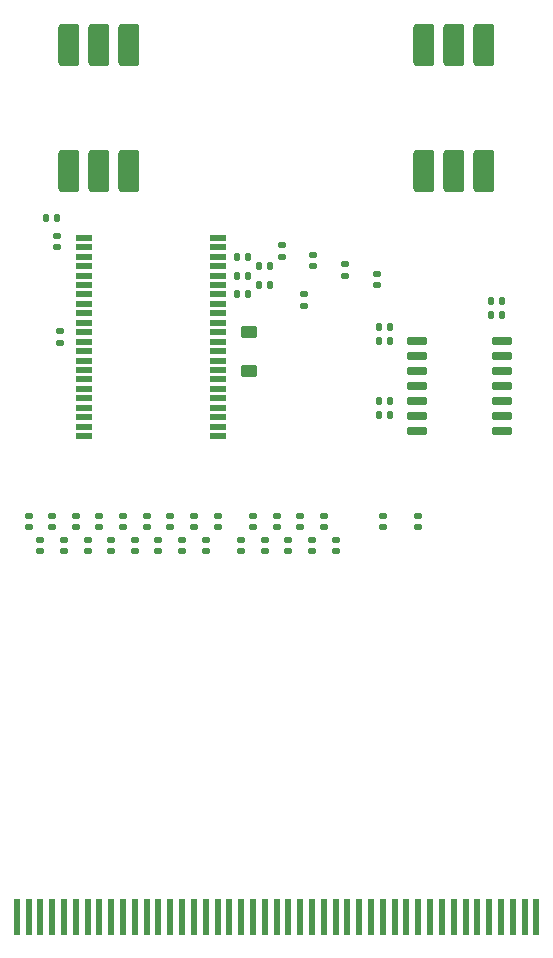
<source format=gtp>
G04*
G04 #@! TF.GenerationSoftware,Altium Limited,Altium Designer,25.4.2 (15)*
G04*
G04 Layer_Color=8421504*
%FSLAX44Y44*%
%MOMM*%
G71*
G04*
G04 #@! TF.SameCoordinates,8BB3DE61-D15D-4615-A688-D497E92F8216*
G04*
G04*
G04 #@! TF.FilePolarity,Positive*
G04*
G01*
G75*
G04:AMPARAMS|DCode=12|XSize=1.1mm|YSize=1.35mm|CornerRadius=0.1375mm|HoleSize=0mm|Usage=FLASHONLY|Rotation=90.000|XOffset=0mm|YOffset=0mm|HoleType=Round|Shape=RoundedRectangle|*
%AMROUNDEDRECTD12*
21,1,1.1000,1.0750,0,0,90.0*
21,1,0.8250,1.3500,0,0,90.0*
1,1,0.2750,0.5375,0.4125*
1,1,0.2750,0.5375,-0.4125*
1,1,0.2750,-0.5375,-0.4125*
1,1,0.2750,-0.5375,0.4125*
%
%ADD12ROUNDEDRECTD12*%
G04:AMPARAMS|DCode=13|XSize=0.6mm|YSize=0.45mm|CornerRadius=0.0563mm|HoleSize=0mm|Usage=FLASHONLY|Rotation=90.000|XOffset=0mm|YOffset=0mm|HoleType=Round|Shape=RoundedRectangle|*
%AMROUNDEDRECTD13*
21,1,0.6000,0.3375,0,0,90.0*
21,1,0.4875,0.4500,0,0,90.0*
1,1,0.1125,0.1688,0.2438*
1,1,0.1125,0.1688,-0.2438*
1,1,0.1125,-0.1688,-0.2438*
1,1,0.1125,-0.1688,0.2438*
%
%ADD13ROUNDEDRECTD13*%
G04:AMPARAMS|DCode=14|XSize=0.6mm|YSize=0.45mm|CornerRadius=0.0563mm|HoleSize=0mm|Usage=FLASHONLY|Rotation=180.000|XOffset=0mm|YOffset=0mm|HoleType=Round|Shape=RoundedRectangle|*
%AMROUNDEDRECTD14*
21,1,0.6000,0.3375,0,0,180.0*
21,1,0.4875,0.4500,0,0,180.0*
1,1,0.1125,-0.2438,0.1688*
1,1,0.1125,0.2438,0.1688*
1,1,0.1125,0.2438,-0.1688*
1,1,0.1125,-0.2438,-0.1688*
%
%ADD14ROUNDEDRECTD14*%
G04:AMPARAMS|DCode=15|XSize=0.65mm|YSize=1.65mm|CornerRadius=0.0813mm|HoleSize=0mm|Usage=FLASHONLY|Rotation=90.000|XOffset=0mm|YOffset=0mm|HoleType=Round|Shape=RoundedRectangle|*
%AMROUNDEDRECTD15*
21,1,0.6500,1.4875,0,0,90.0*
21,1,0.4875,1.6500,0,0,90.0*
1,1,0.1625,0.7438,0.2438*
1,1,0.1625,0.7438,-0.2438*
1,1,0.1625,-0.7438,-0.2438*
1,1,0.1625,-0.7438,0.2438*
%
%ADD15ROUNDEDRECTD15*%
%ADD16R,0.6000X3.0500*%
G04:AMPARAMS|DCode=17|XSize=1.36mm|YSize=0.51mm|CornerRadius=0.0638mm|HoleSize=0mm|Usage=FLASHONLY|Rotation=0.000|XOffset=0mm|YOffset=0mm|HoleType=Round|Shape=RoundedRectangle|*
%AMROUNDEDRECTD17*
21,1,1.3600,0.3825,0,0,0.0*
21,1,1.2325,0.5100,0,0,0.0*
1,1,0.1275,0.6163,-0.1913*
1,1,0.1275,-0.6163,-0.1913*
1,1,0.1275,-0.6163,0.1913*
1,1,0.1275,0.6163,0.1913*
%
%ADD17ROUNDEDRECTD17*%
G04:AMPARAMS|DCode=18|XSize=1.778mm|YSize=3.556mm|CornerRadius=0.2223mm|HoleSize=0mm|Usage=FLASHONLY|Rotation=0.000|XOffset=0mm|YOffset=0mm|HoleType=Round|Shape=RoundedRectangle|*
%AMROUNDEDRECTD18*
21,1,1.7780,3.1115,0,0,0.0*
21,1,1.3335,3.5560,0,0,0.0*
1,1,0.4445,0.6668,-1.5558*
1,1,0.4445,-0.6668,-1.5558*
1,1,0.4445,-0.6668,1.5558*
1,1,0.4445,0.6668,1.5558*
%
%ADD18ROUNDEDRECTD18*%
D12*
X204500Y511000D02*
D03*
Y478000D02*
D03*
D13*
X314250Y514823D02*
D03*
Y502822D02*
D03*
X408750Y525250D02*
D03*
X314250Y440118D02*
D03*
Y452118D02*
D03*
X32500Y607250D02*
D03*
X418250Y537250D02*
D03*
X408750D02*
D03*
X42000Y607250D02*
D03*
X323750Y452118D02*
D03*
Y440118D02*
D03*
X193750Y574500D02*
D03*
X203250D02*
D03*
X212250Y566750D02*
D03*
X221750D02*
D03*
X193750Y558500D02*
D03*
X203250D02*
D03*
X212250Y550500D02*
D03*
X221749D02*
D03*
X193750Y542500D02*
D03*
X203250D02*
D03*
X418250Y525250D02*
D03*
X323750Y502822D02*
D03*
Y514823D02*
D03*
D14*
X44000Y501750D02*
D03*
X312500Y560000D02*
D03*
X285750Y568000D02*
D03*
X232500Y584000D02*
D03*
X258750Y576250D02*
D03*
X251000Y533000D02*
D03*
Y542500D02*
D03*
X42000Y592000D02*
D03*
Y582500D02*
D03*
X258750Y566750D02*
D03*
X17500Y345250D02*
D03*
Y354750D02*
D03*
X27500Y325250D02*
D03*
Y334750D02*
D03*
X37500Y345250D02*
D03*
Y354750D02*
D03*
X232500Y574500D02*
D03*
X47500Y325250D02*
D03*
Y334750D02*
D03*
X57500Y345250D02*
D03*
Y354750D02*
D03*
X285750Y558500D02*
D03*
X67500Y325250D02*
D03*
Y334750D02*
D03*
X312500Y550500D02*
D03*
X77500Y345250D02*
D03*
Y354750D02*
D03*
X87500Y325250D02*
D03*
Y334750D02*
D03*
X97500Y345250D02*
D03*
Y354750D02*
D03*
X107500Y325250D02*
D03*
Y334750D02*
D03*
X117500Y345250D02*
D03*
Y354750D02*
D03*
X127500Y325250D02*
D03*
Y334750D02*
D03*
X137500Y345250D02*
D03*
Y354750D02*
D03*
X147500Y325250D02*
D03*
Y334750D02*
D03*
X157500Y345250D02*
D03*
Y354750D02*
D03*
X167500Y325250D02*
D03*
Y334750D02*
D03*
X177500Y345250D02*
D03*
Y354750D02*
D03*
X197500Y325250D02*
D03*
Y334750D02*
D03*
X207500Y345250D02*
D03*
Y354750D02*
D03*
X217500Y325250D02*
D03*
Y334750D02*
D03*
X227500Y345250D02*
D03*
Y354750D02*
D03*
X237500Y325250D02*
D03*
Y334750D02*
D03*
X247500Y345250D02*
D03*
Y354750D02*
D03*
X257500Y325250D02*
D03*
Y334750D02*
D03*
X267500Y345250D02*
D03*
Y354750D02*
D03*
X277500Y325250D02*
D03*
Y334750D02*
D03*
X317500Y345250D02*
D03*
Y354750D02*
D03*
X44000Y511250D02*
D03*
X347500Y345250D02*
D03*
Y354750D02*
D03*
D15*
X346750Y426650D02*
D03*
Y502850D02*
D03*
Y490150D02*
D03*
Y477450D02*
D03*
Y464750D02*
D03*
Y452050D02*
D03*
Y439350D02*
D03*
X418250Y502850D02*
D03*
Y490150D02*
D03*
Y477450D02*
D03*
Y464750D02*
D03*
Y452050D02*
D03*
Y439350D02*
D03*
Y426650D02*
D03*
D16*
X437500Y15250D02*
D03*
X7500D02*
D03*
X27500D02*
D03*
X37500D02*
D03*
X47500D02*
D03*
X57500D02*
D03*
X67500D02*
D03*
X77500D02*
D03*
X87500D02*
D03*
X97500D02*
D03*
X107500D02*
D03*
X117500D02*
D03*
X127500D02*
D03*
X137500D02*
D03*
X147500D02*
D03*
X157500D02*
D03*
X167500D02*
D03*
X177500D02*
D03*
X187500D02*
D03*
X197500D02*
D03*
X207500D02*
D03*
X217500D02*
D03*
X227500D02*
D03*
X237500D02*
D03*
X247500D02*
D03*
X257500D02*
D03*
X267500D02*
D03*
X277500D02*
D03*
X287500D02*
D03*
X297500D02*
D03*
X307500D02*
D03*
X317500D02*
D03*
X327500D02*
D03*
X337500D02*
D03*
X347500D02*
D03*
X357500D02*
D03*
X367500D02*
D03*
X377500D02*
D03*
X387500D02*
D03*
X397500D02*
D03*
X407500D02*
D03*
X417500D02*
D03*
X427500D02*
D03*
X447500D02*
D03*
X17500D02*
D03*
D17*
X64400Y502500D02*
D03*
X177500Y510500D02*
D03*
Y590500D02*
D03*
Y582500D02*
D03*
Y574500D02*
D03*
Y566500D02*
D03*
Y558500D02*
D03*
Y550500D02*
D03*
Y542500D02*
D03*
Y534500D02*
D03*
Y526500D02*
D03*
Y518500D02*
D03*
Y502500D02*
D03*
Y494500D02*
D03*
Y486500D02*
D03*
Y478500D02*
D03*
Y470500D02*
D03*
Y462500D02*
D03*
Y454500D02*
D03*
Y446500D02*
D03*
Y438500D02*
D03*
Y430500D02*
D03*
Y422500D02*
D03*
X64400D02*
D03*
Y430500D02*
D03*
Y438500D02*
D03*
Y446500D02*
D03*
Y454500D02*
D03*
Y462500D02*
D03*
Y470500D02*
D03*
Y478500D02*
D03*
Y486500D02*
D03*
Y494500D02*
D03*
Y510500D02*
D03*
Y518500D02*
D03*
Y526500D02*
D03*
Y534500D02*
D03*
Y542500D02*
D03*
Y550500D02*
D03*
Y558500D02*
D03*
Y566500D02*
D03*
Y574500D02*
D03*
Y582500D02*
D03*
Y590500D02*
D03*
D18*
X352100Y646660D02*
D03*
X377500D02*
D03*
X402900D02*
D03*
Y753340D02*
D03*
X377500D02*
D03*
X352100D02*
D03*
X52100Y646660D02*
D03*
X77500D02*
D03*
X102900D02*
D03*
Y753340D02*
D03*
X77500D02*
D03*
X52100D02*
D03*
M02*

</source>
